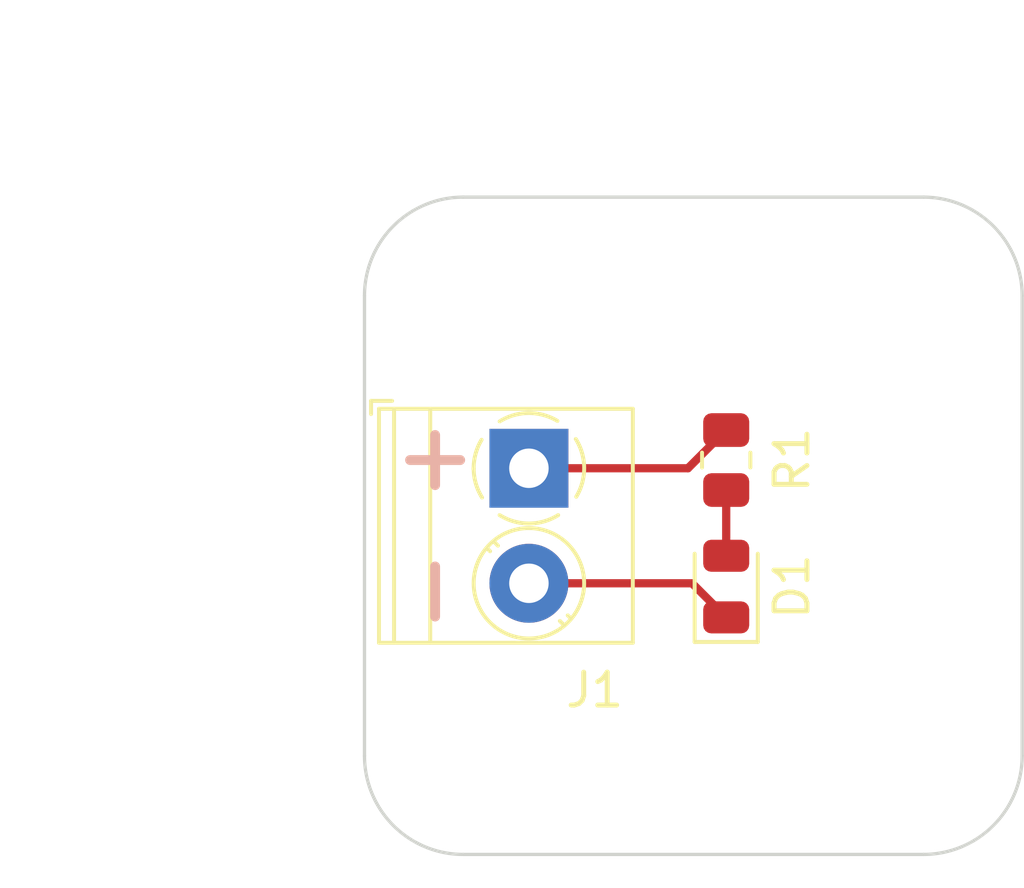
<source format=kicad_pcb>
(kicad_pcb (version 20211014) (generator pcbnew)
  (layers (0 "F.Cu" signal) (31 "B.Cu" signal) (34 "B.Paste" user) (35 "F.Paste" user) (36 "B.SilkS" user "B.Silkscreen") (37 "F.SilkS" user "F.Silkscreen") (38 "B.Mask" user) (39 "F.Mask" user) (44 "Edge.Cuts" user))
  (net 0 "")
  (net 1 "Net-(D1-Pad1)")
  (net 2 "Net-(D1-Pad2)")
  (net 3 "Net-(J1-Pad1)")
  (footprint "TerminalBlock_Phoenix:TerminalBlock_Phoenix_PT-1,5-2-3.5-H_1x02_P3.50mm_Horizontal" (layer "F.Cu") (at 136 88.25 -90)
    (fp_text reference "J1" (at 6.75 -2 180) (layer "F.SilkS"))
    (fp_text value "Input")
    (fp_line (start -1.81 -3.16) (end 5.31 -3.16) (layer "F.SilkS") (width 0.12))
    (fp_line (start 5.31 -3.16) (end 5.31 4.56) (layer "F.SilkS") (width 0.12))
    (fp_line (start -1.81 4.1) (end 5.31 4.1) (layer "F.SilkS") (width 0.12))
    (fp_line (start -2.05 4.8) (end -1.65 4.8) (layer "F.SilkS") (width 0.12))
    (fp_line (start 2.525 1.181) (end 2.431 1.274) (layer "F.SilkS") (width 0.12))
    (fp_line (start -1.81 -3.16) (end -1.81 4.56) (layer "F.SilkS") (width 0.12))
    (fp_line (start -1.81 4.56) (end 5.31 4.56) (layer "F.SilkS") (width 0.12))
    (fp_line (start 2.355 0.941) (end 2.226 1.069) (layer "F.SilkS") (width 0.12))
    (fp_line (start -1.81 3) (end 5.31 3) (layer "F.SilkS") (width 0.12))
    (fp_line (start 4.775 -1.069) (end 4.646 -0.941) (layer "F.SilkS") (width 0.12))
    (fp_line (start 4.57 -1.275) (end 4.476 -1.181) (layer "F.SilkS") (width 0.12))
    (fp_line (start -2.05 4.16) (end -2.05 4.8) (layer "F.SilkS") (width 0.12))
    (fp_arc (start 0.890264 1.424721) (mid 0.463071 1.61492) (end 0 1.68) (layer "F.SilkS") (width 0.12))
    (fp_arc (start -0.889894 -1.425358) (mid -0.014012 -1.680286) (end 0.866 -1.44) (layer "F.SilkS") (width 0.12))
    (fp_arc (start -1.425358 0.889894) (mid -1.680286 0.014012) (end -1.44 -0.866) (layer "F.SilkS") (width 0.12))
    (fp_arc (start 0.028674 1.680099) (mid -0.435535 1.622918) (end -0.866 1.44) (layer "F.SilkS") (width 0.12))
    (fp_arc (start 1.425504 -0.890193) (mid 1.680626 0.000476) (end 1.425 0.891) (layer "F.SilkS") (width 0.12))
    (fp_circle (center 3.5 0) (end 5.18 0) (layer "F.SilkS") (width 0.12) (fill none))
    (pad "1" thru_hole rect (at 0 0 270) (size 2.4 2.4) (drill 1.2) (layers *.Cu *.Mask) (net 3 "Net-(J1-Pad1)"))
    (pad "2" thru_hole circle (at 3.5 0 270) (size 2.4 2.4) (drill 1.2) (layers *.Cu *.Mask) (net 1 "Net-(D1-Pad1)"))
  )
  (footprint "LED_SMD:LED_0805_2012Metric" (layer "F.Cu") (at 142 91.85 90)
    (fp_text reference "D1" (at 0 2 90) (layer "F.SilkS"))
    (fp_text value "RED")
    (fp_line (start 1 -0.96) (end -1.685 -0.96) (layer "F.SilkS") (width 0.12))
    (fp_line (start -1.685 -0.96) (end -1.685 0.96) (layer "F.SilkS") (width 0.12))
    (fp_line (start -1.685 0.96) (end 1 0.96) (layer "F.SilkS") (width 0.12))
    (pad "1" smd roundrect (at -0.9375 0 90) (size 0.975 1.4) (layers "F.Cu" "F.Paste" "F.Mask") (net 1 "Net-(D1-Pad1)"))
    (pad "2" smd roundrect (at 0.9375 0 90) (size 0.975 1.4) (layers "F.Cu" "F.Paste" "F.Mask") (net 2 "Net-(D1-Pad2)"))
  )
  (footprint "Resistor_SMD:R_0805_2012Metric" (layer "F.Cu") (at 142 88 -90)
    (fp_text reference "R1" (at 0 -2 90) (layer "F.SilkS"))
    (fp_text value "120R")
    (fp_line (start -0.227064 0.735) (end 0.227064 0.735) (layer "F.SilkS") (width 0.12))
    (fp_line (start -0.227064 -0.735) (end 0.227064 -0.735) (layer "F.SilkS") (width 0.12))
    (pad "1" smd roundrect (at -0.9125 0 270) (size 1.025 1.4) (layers "F.Cu" "F.Paste" "F.Mask") (roundrect_rratio 0.243902) (net 3 "Net-(J1-Pad1)"))
    (pad "2" smd roundrect (at 0.9125 0 270) (size 1.025 1.4) (layers "F.Cu" "F.Paste" "F.Mask") (roundrect_rratio 0.243902) (net 2 "Net-(D1-Pad2)"))
  )
  (footprint "MountingHole:MountingHole_2.2mm_M2" (layer "F.Cu") (at 148 83)
    (fp_text reference "H1" hide)
    (fp_text value "M2")
    (pad "" np_thru_hole circle (at 0 0) (size 2.2 2.2) (drill 2.2) (layers *.Cu *.Mask))
  )
  (footprint "MountingHole:MountingHole_2.2mm_M2" (layer "F.Cu") (at 148 97)
    (fp_text reference "H2" hide)
    (fp_text value "M2")
    (pad "" np_thru_hole circle (at 0 0) (size 2.2 2.2) (drill 2.2) (layers *.Cu *.Mask))
  )
  (footprint "MountingHole:MountingHole_2.2mm_M2" (layer "F.Cu") (at 134 83)
    (fp_text reference "H3" hide)
    (fp_text value "M2")
    (pad "" np_thru_hole circle (at 0 0) (size 2.2 2.2) (drill 2.2) (layers *.Cu *.Mask))
  )
  (footprint "MountingHole:MountingHole_2.2mm_M2" (layer "F.Cu") (at 134 97)
    (fp_text reference "H4" hide)
    (fp_text value "M2")
    (pad "" np_thru_hole circle (at 0 0) (size 2.2 2.2) (drill 2.2) (layers *.Cu *.Mask))
  )
  (gr_line (start 131 97) (end 131 83) (layer "Edge.Cuts") (width 0.1))
  (gr_line (start 151 83) (end 151 97) (layer "Edge.Cuts") (width 0.1))
  (gr_line (start 134 80) (end 148 80) (layer "Edge.Cuts") (width 0.1))
  (gr_arc (start 131 83) (mid 131.87868 80.87868) (end 134 80) (layer "Edge.Cuts") (width 0.1))
  (gr_arc (start 134 100) (mid 131.87868 99.12132) (end 131 97) (layer "Edge.Cuts") (width 0.1))
  (gr_arc (start 148 80) (mid 150.12132 80.87868) (end 151 83) (layer "Edge.Cuts") (width 0.1))
  (gr_arc (start 151 97) (mid 150.12132 99.12132) (end 148 100) (layer "Edge.Cuts") (width 0.1))
  (gr_line (start 148 100) (end 134 100) (layer "Edge.Cuts") (width 0.1))
  (gr_text "+ -" (at 133 90 90) (layer "B.SilkS") (effects (font (size 2 2) (thickness 0.3)) (justify mirror)))
  (segment (start 140.9625 91.75) (end 136 91.75) (width 0.25) (layer "F.Cu") (net 1))
  (segment (start 142 92.7875) (end 140.9625 91.75) (width 0.25) (layer "F.Cu") (net 1))
  (segment (start 142 88.9125) (end 142 90.9125) (width 0.25) (layer "F.Cu") (net 2))
  (segment (start 140.8375 88.25) (end 136 88.25) (width 0.25) (layer "F.Cu") (net 3))
  (segment (start 142 87.0875) (end 140.8375 88.25) (width 0.25) (layer "F.Cu") (net 3))
)
</source>
